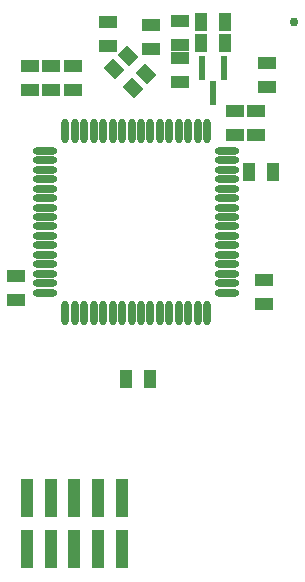
<source format=gbr>
G04*
G04 #@! TF.GenerationSoftware,Altium Limited,Altium Designer,24.3.1 (35)*
G04*
G04 Layer_Color=8421504*
%FSLAX25Y25*%
%MOIN*%
G70*
G04*
G04 #@! TF.SameCoordinates,0CBC8BA6-70FB-484C-93A1-0B89DDC4EC94*
G04*
G04*
G04 #@! TF.FilePolarity,Positive*
G04*
G01*
G75*
%ADD16R,0.06000X0.04000*%
%ADD17R,0.02362X0.08268*%
%ADD18O,0.08071X0.02362*%
%ADD19O,0.02362X0.08071*%
%ADD20R,0.04000X0.06000*%
%ADD21R,0.04016X0.12658*%
G04:AMPARAMS|DCode=22|XSize=55.12mil|YSize=45.28mil|CornerRadius=0mil|HoleSize=0mil|Usage=FLASHONLY|Rotation=315.000|XOffset=0mil|YOffset=0mil|HoleType=Round|Shape=Rectangle|*
%AMROTATEDRECTD22*
4,1,4,-0.03550,0.00348,-0.00348,0.03550,0.03550,-0.00348,0.00348,-0.03550,-0.03550,0.00348,0.0*
%
%ADD22ROTATEDRECTD22*%

%ADD23C,0.03000*%
D16*
X386500Y421000D02*
D03*
Y413000D02*
D03*
X414500Y384500D02*
D03*
Y392500D02*
D03*
X396000Y414500D02*
D03*
Y422500D02*
D03*
X421500Y392500D02*
D03*
Y384500D02*
D03*
X396000Y402000D02*
D03*
Y410000D02*
D03*
X360500Y407500D02*
D03*
Y399500D02*
D03*
X372000Y414000D02*
D03*
Y422000D02*
D03*
X424000Y328000D02*
D03*
Y336000D02*
D03*
X341500Y337500D02*
D03*
Y329500D02*
D03*
X425000Y408500D02*
D03*
Y400500D02*
D03*
X353000Y407500D02*
D03*
Y399500D02*
D03*
X346000Y407500D02*
D03*
Y399500D02*
D03*
D17*
X410740Y406634D02*
D03*
X403260D02*
D03*
X407000Y398366D02*
D03*
D18*
X351185Y379122D02*
D03*
Y375972D02*
D03*
Y372823D02*
D03*
Y369673D02*
D03*
Y366524D02*
D03*
Y363374D02*
D03*
Y360224D02*
D03*
Y357075D02*
D03*
Y353925D02*
D03*
Y350776D02*
D03*
Y347626D02*
D03*
Y344476D02*
D03*
Y341327D02*
D03*
Y338177D02*
D03*
Y335028D02*
D03*
Y331878D02*
D03*
X411815D02*
D03*
Y335028D02*
D03*
Y338177D02*
D03*
Y341327D02*
D03*
Y344476D02*
D03*
Y347626D02*
D03*
Y350776D02*
D03*
Y353925D02*
D03*
Y357075D02*
D03*
Y360224D02*
D03*
Y363374D02*
D03*
Y366524D02*
D03*
Y369673D02*
D03*
Y372823D02*
D03*
Y375972D02*
D03*
Y379122D02*
D03*
D19*
X357878Y325185D02*
D03*
X361028D02*
D03*
X364177D02*
D03*
X367327D02*
D03*
X370476D02*
D03*
X373626D02*
D03*
X376776D02*
D03*
X379925D02*
D03*
X383075D02*
D03*
X386224D02*
D03*
X389374D02*
D03*
X392524D02*
D03*
X395673D02*
D03*
X398823D02*
D03*
X401972D02*
D03*
X405122D02*
D03*
Y385815D02*
D03*
X401972D02*
D03*
X398823D02*
D03*
X395673D02*
D03*
X392524D02*
D03*
X389374D02*
D03*
X386224D02*
D03*
X383075D02*
D03*
X379925D02*
D03*
X376776D02*
D03*
X373626D02*
D03*
X370476D02*
D03*
X367327D02*
D03*
X364177D02*
D03*
X361028D02*
D03*
X357878D02*
D03*
D20*
X411000Y415000D02*
D03*
X403000D02*
D03*
X378000Y303000D02*
D03*
X386000D02*
D03*
X427000Y372000D02*
D03*
X419000D02*
D03*
X411000Y422000D02*
D03*
X403000D02*
D03*
D21*
X345126Y246354D02*
D03*
X353000D02*
D03*
X360874D02*
D03*
X368748D02*
D03*
X376622D02*
D03*
X345126Y263500D02*
D03*
X353000D02*
D03*
X360874D02*
D03*
X368748D02*
D03*
X376622D02*
D03*
D22*
X374211Y406335D02*
D03*
X380335Y400211D02*
D03*
X384789Y404665D02*
D03*
X378665Y410789D02*
D03*
D23*
X434000Y422000D02*
D03*
M02*

</source>
